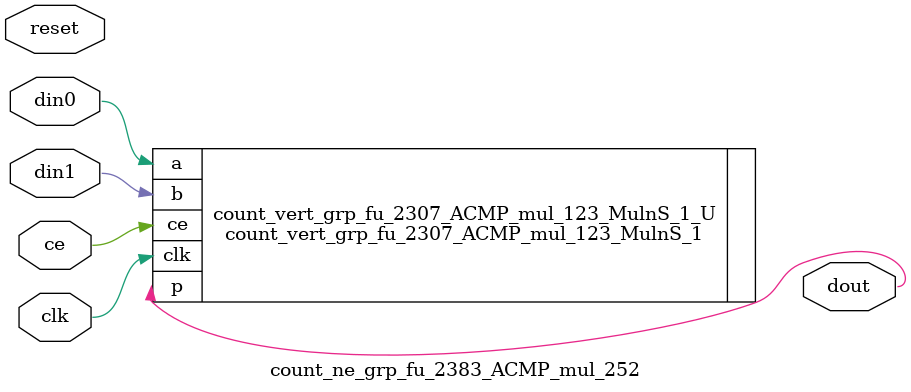
<source format=v>

`timescale 1 ns / 1 ps
module count_ne_grp_fu_2383_ACMP_mul_252(
    clk,
    reset,
    ce,
    din0,
    din1,
    dout);

parameter ID = 32'd1;
parameter NUM_STAGE = 32'd1;
parameter din0_WIDTH = 32'd1;
parameter din1_WIDTH = 32'd1;
parameter dout_WIDTH = 32'd1;
input clk;
input reset;
input ce;
input[din0_WIDTH - 1:0] din0;
input[din1_WIDTH - 1:0] din1;
output[dout_WIDTH - 1:0] dout;



count_vert_grp_fu_2307_ACMP_mul_123_MulnS_1 count_vert_grp_fu_2307_ACMP_mul_123_MulnS_1_U(
    .clk( clk ),
    .ce( ce ),
    .a( din0 ),
    .b( din1 ),
    .p( dout ));

endmodule

</source>
